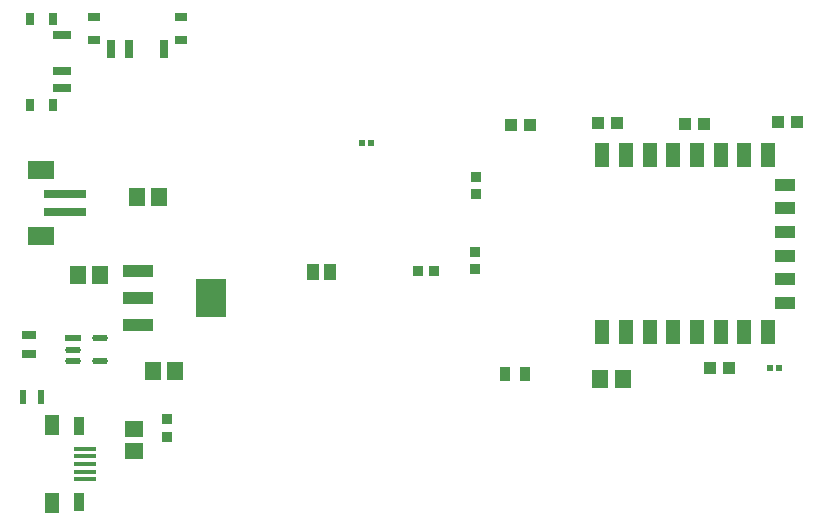
<source format=gbr>
G04*
G04 #@! TF.GenerationSoftware,Altium Limited,Altium Designer,24.1.2 (44)*
G04*
G04 Layer_Color=8421504*
%FSLAX44Y44*%
%MOMM*%
G71*
G04*
G04 #@! TF.SameCoordinates,5DE7BCAC-930E-4ACC-850D-064FDCF0EFED*
G04*
G04*
G04 #@! TF.FilePolarity,Positive*
G04*
G01*
G75*
%ADD14R,0.7000X1.5000*%
%ADD15R,1.0000X0.8000*%
%ADD16R,1.5000X0.7000*%
%ADD17R,0.8000X1.0000*%
%ADD18R,3.6000X0.7000*%
%ADD19R,2.3000X1.5000*%
%ADD20R,1.4546X1.5562*%
%ADD21R,2.5000X3.3000*%
%ADD22R,2.5000X1.0000*%
%ADD23R,1.2500X0.8000*%
G04:AMPARAMS|DCode=24|XSize=1.3383mm|YSize=0.578mm|CornerRadius=0.289mm|HoleSize=0mm|Usage=FLASHONLY|Rotation=0.000|XOffset=0mm|YOffset=0mm|HoleType=Round|Shape=RoundedRectangle|*
%AMROUNDEDRECTD24*
21,1,1.3383,0.0000,0,0,0.0*
21,1,0.7603,0.5780,0,0,0.0*
1,1,0.5780,0.3802,0.0000*
1,1,0.5780,-0.3802,0.0000*
1,1,0.5780,-0.3802,0.0000*
1,1,0.5780,0.3802,0.0000*
%
%ADD24ROUNDEDRECTD24*%
%ADD25R,1.3383X0.5780*%
%ADD26R,0.5700X1.2000*%
%ADD27R,1.5562X1.4546*%
%ADD28R,0.9121X0.8587*%
%ADD29R,1.3000X1.6900*%
%ADD30R,0.9000X1.6250*%
%ADD31R,1.8500X0.4000*%
%ADD32R,1.3500X1.5500*%
%ADD33R,0.8065X1.3082*%
%ADD34R,1.0500X1.3500*%
%ADD35R,0.5200X0.5200*%
%ADD36R,1.1350X1.0621*%
%ADD37R,0.9621X0.9350*%
%ADD38R,0.9350X0.9621*%
%ADD39R,1.2000X2.0000*%
%ADD40R,1.7000X1.1000*%
%ADD41R,0.4682X0.4725*%
D14*
X103485Y398465D02*
D03*
X88485D02*
D03*
X133485D02*
D03*
D15*
X147485Y406316D02*
D03*
X74485D02*
D03*
X147485Y425616D02*
D03*
X74485D02*
D03*
D16*
X47100Y380326D02*
D03*
Y365327D02*
D03*
Y410326D02*
D03*
D17*
X39250Y424326D02*
D03*
Y351327D02*
D03*
X19950Y424326D02*
D03*
Y351327D02*
D03*
D18*
X49530Y260590D02*
D03*
Y275590D02*
D03*
D19*
X29030Y240090D02*
D03*
Y296090D02*
D03*
D20*
X60592Y207010D02*
D03*
X79108D02*
D03*
X110434Y272989D02*
D03*
X128950D02*
D03*
X142608Y125730D02*
D03*
X124092D02*
D03*
D21*
X172740Y187960D02*
D03*
D22*
X111740Y164960D02*
D03*
Y187960D02*
D03*
Y210960D02*
D03*
D23*
X19050Y156590D02*
D03*
Y140590D02*
D03*
D24*
X78740Y153620D02*
D03*
Y134620D02*
D03*
X56416D02*
D03*
Y144120D02*
D03*
D25*
Y153620D02*
D03*
D26*
X29240Y104140D02*
D03*
X13940D02*
D03*
D27*
X107950Y76568D02*
D03*
Y58052D02*
D03*
D28*
X135890Y69703D02*
D03*
Y85237D02*
D03*
D29*
X38100Y14610D02*
D03*
Y80010D02*
D03*
D30*
X61700Y15185D02*
D03*
Y79435D02*
D03*
D31*
X66450Y34310D02*
D03*
Y40810D02*
D03*
Y47310D02*
D03*
Y53810D02*
D03*
Y60310D02*
D03*
D32*
X521560Y119380D02*
D03*
X502060D02*
D03*
D33*
X421640Y123190D02*
D03*
X438657D02*
D03*
D34*
X259200Y209550D02*
D03*
X274200D02*
D03*
D35*
X654240Y128270D02*
D03*
X646240D02*
D03*
D36*
X500552Y335890D02*
D03*
X516860D02*
D03*
X611938Y128270D02*
D03*
X595630D02*
D03*
X590764Y335191D02*
D03*
X574456D02*
D03*
X669448Y336588D02*
D03*
X653140D02*
D03*
X443419Y334493D02*
D03*
X427111D02*
D03*
D37*
X397329Y276191D02*
D03*
Y290499D02*
D03*
X396631Y212116D02*
D03*
Y226424D02*
D03*
D38*
X347980Y210820D02*
D03*
X362288D02*
D03*
D39*
X504520Y158610D02*
D03*
X524520D02*
D03*
X544520D02*
D03*
X564520D02*
D03*
X584520D02*
D03*
X604520D02*
D03*
X624520D02*
D03*
X644520D02*
D03*
Y308610D02*
D03*
X624520D02*
D03*
X604520D02*
D03*
X584520D02*
D03*
X564520D02*
D03*
X544520D02*
D03*
X524520D02*
D03*
X504520D02*
D03*
D40*
X659520Y183610D02*
D03*
Y203610D02*
D03*
Y223610D02*
D03*
Y243610D02*
D03*
Y263610D02*
D03*
Y283610D02*
D03*
D41*
X308610Y318770D02*
D03*
X300567D02*
D03*
M02*

</source>
